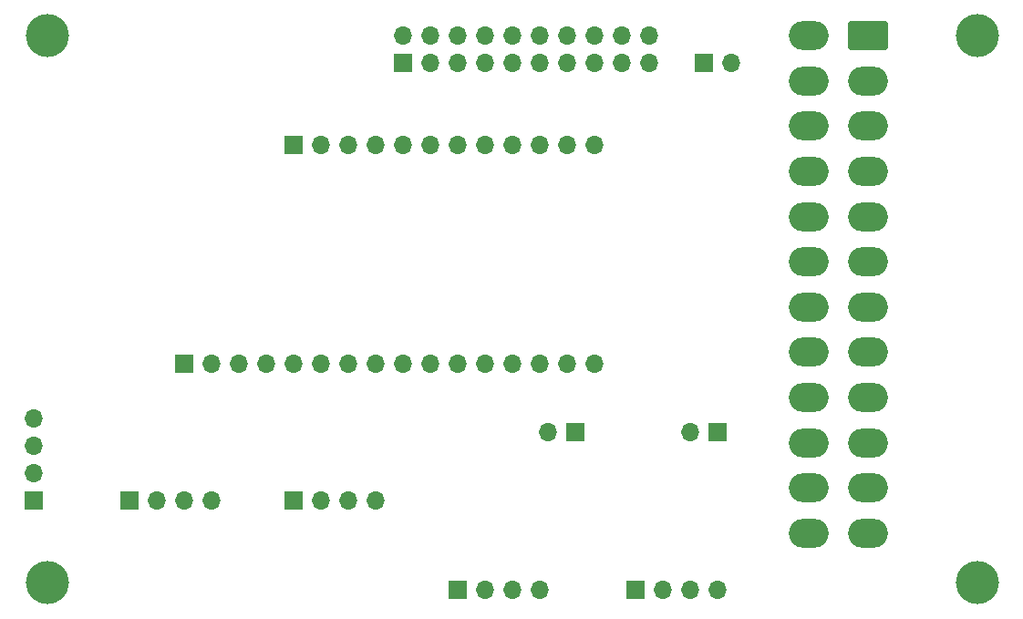
<source format=gbs>
%TF.GenerationSoftware,KiCad,Pcbnew,8.0.2-1*%
%TF.CreationDate,2024-11-16T15:05:09-05:00*%
%TF.ProjectId,Incubator-PowerBoard,496e6375-6261-4746-9f72-2d506f776572,v01a*%
%TF.SameCoordinates,Original*%
%TF.FileFunction,Soldermask,Bot*%
%TF.FilePolarity,Negative*%
%FSLAX46Y46*%
G04 Gerber Fmt 4.6, Leading zero omitted, Abs format (unit mm)*
G04 Created by KiCad (PCBNEW 8.0.2-1) date 2024-11-16 15:05:09*
%MOMM*%
%LPD*%
G01*
G04 APERTURE LIST*
G04 Aperture macros list*
%AMRoundRect*
0 Rectangle with rounded corners*
0 $1 Rounding radius*
0 $2 $3 $4 $5 $6 $7 $8 $9 X,Y pos of 4 corners*
0 Add a 4 corners polygon primitive as box body*
4,1,4,$2,$3,$4,$5,$6,$7,$8,$9,$2,$3,0*
0 Add four circle primitives for the rounded corners*
1,1,$1+$1,$2,$3*
1,1,$1+$1,$4,$5*
1,1,$1+$1,$6,$7*
1,1,$1+$1,$8,$9*
0 Add four rect primitives between the rounded corners*
20,1,$1+$1,$2,$3,$4,$5,0*
20,1,$1+$1,$4,$5,$6,$7,0*
20,1,$1+$1,$6,$7,$8,$9,0*
20,1,$1+$1,$8,$9,$2,$3,0*%
G04 Aperture macros list end*
%ADD10C,4.000000*%
%ADD11R,1.700000X1.700000*%
%ADD12O,1.700000X1.700000*%
%ADD13RoundRect,0.250001X-1.599999X1.099999X-1.599999X-1.099999X1.599999X-1.099999X1.599999X1.099999X0*%
%ADD14O,3.700000X2.700000*%
G04 APERTURE END LIST*
D10*
%TO.C,REF\u002A\u002A*%
X200660000Y-27940000D03*
%TD*%
%TO.C,REF\u002A\u002A*%
X114300000Y-27940000D03*
%TD*%
D11*
%TO.C,J10*%
X113030000Y-71120000D03*
D12*
X113030000Y-68580000D03*
X113030000Y-66040000D03*
X113030000Y-63500000D03*
%TD*%
D11*
%TO.C,J2*%
X127000000Y-58420000D03*
D12*
X129540000Y-58420000D03*
X132080000Y-58420000D03*
X134620000Y-58420000D03*
X137160000Y-58420000D03*
X139700000Y-58420000D03*
X142240000Y-58420000D03*
X144780000Y-58420000D03*
X147320000Y-58420000D03*
X149860000Y-58420000D03*
X152400000Y-58420000D03*
X154940000Y-58420000D03*
X157480000Y-58420000D03*
X160020000Y-58420000D03*
X162560000Y-58420000D03*
X165100000Y-58420000D03*
%TD*%
D11*
%TO.C,J4*%
X168910000Y-79375000D03*
D12*
X171450000Y-79375000D03*
X173990000Y-79375000D03*
X176530000Y-79375000D03*
%TD*%
D10*
%TO.C,REF\u002A\u002A*%
X114300000Y-78740000D03*
%TD*%
D13*
%TO.C,J13*%
X190500000Y-27940000D03*
D14*
X190500000Y-32140000D03*
X190500000Y-36340000D03*
X190500000Y-40540000D03*
X190500000Y-44740000D03*
X190500000Y-48940000D03*
X190500000Y-53140000D03*
X190500000Y-57340000D03*
X190500000Y-61540000D03*
X190500000Y-65740000D03*
X190500000Y-69940000D03*
X190500000Y-74140000D03*
X185000000Y-27940000D03*
X185000000Y-32140000D03*
X185000000Y-36340000D03*
X185000000Y-40540000D03*
X185000000Y-44740000D03*
X185000000Y-48940000D03*
X185000000Y-53140000D03*
X185000000Y-57340000D03*
X185000000Y-61540000D03*
X185000000Y-65740000D03*
X185000000Y-69940000D03*
X185000000Y-74140000D03*
%TD*%
D11*
%TO.C,J5*%
X137160000Y-71120000D03*
D12*
X139700000Y-71120000D03*
X142240000Y-71120000D03*
X144780000Y-71120000D03*
%TD*%
D11*
%TO.C,J9*%
X176530000Y-64770000D03*
D12*
X173990000Y-64770000D03*
%TD*%
D11*
%TO.C,J1*%
X137160000Y-38100000D03*
D12*
X139700000Y-38100000D03*
X142240000Y-38100000D03*
X144780000Y-38100000D03*
X147320000Y-38100000D03*
X149860000Y-38100000D03*
X152400000Y-38100000D03*
X154940000Y-38100000D03*
X157480000Y-38100000D03*
X160020000Y-38100000D03*
X162560000Y-38100000D03*
X165100000Y-38100000D03*
%TD*%
D11*
%TO.C,J11*%
X147320000Y-30480000D03*
D12*
X147320000Y-27940000D03*
X149860000Y-30480000D03*
X149860000Y-27940000D03*
X152400000Y-30480000D03*
X152400000Y-27940000D03*
X154940000Y-30480000D03*
X154940000Y-27940000D03*
X157480000Y-30480000D03*
X157480000Y-27940000D03*
X160020000Y-30480000D03*
X160020000Y-27940000D03*
X162560000Y-30480000D03*
X162560000Y-27940000D03*
X165100000Y-30480000D03*
X165100000Y-27940000D03*
X167640000Y-30480000D03*
X167640000Y-27940000D03*
X170180000Y-30480000D03*
X170180000Y-27940000D03*
%TD*%
D10*
%TO.C,REF\u002A\u002A*%
X200660000Y-78740000D03*
%TD*%
D11*
%TO.C,J12*%
X175260000Y-30480000D03*
D12*
X177800000Y-30480000D03*
%TD*%
D11*
%TO.C,J8*%
X163322000Y-64770000D03*
D12*
X160782000Y-64770000D03*
%TD*%
D11*
%TO.C,J3*%
X152400000Y-79375000D03*
D12*
X154940000Y-79375000D03*
X157480000Y-79375000D03*
X160020000Y-79375000D03*
%TD*%
D11*
%TO.C,J6*%
X121920000Y-71120000D03*
D12*
X124460000Y-71120000D03*
X127000000Y-71120000D03*
X129540000Y-71120000D03*
%TD*%
M02*

</source>
